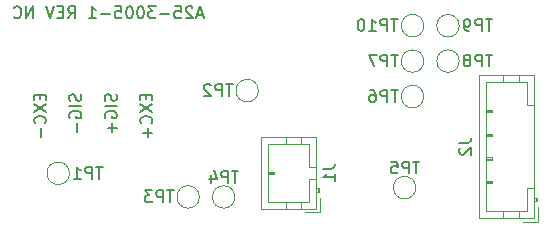
<source format=gbo>
%TF.GenerationSoftware,KiCad,Pcbnew,9.0.7+1*%
%TF.CreationDate,2026-03-09T14:48:53+00:00*%
%TF.ProjectId,Test_5,54657374-5f35-42e6-9b69-6361645f7063,NO_TAG+ (Unreleased)*%
%TF.SameCoordinates,Original*%
%TF.FileFunction,Legend,Bot*%
%TF.FilePolarity,Positive*%
%FSLAX46Y46*%
G04 Gerber Fmt 4.6, Leading zero omitted, Abs format (unit mm)*
G04 Created by KiCad (PCBNEW 9.0.7+1) date 2026-03-09 14:48:53*
%MOMM*%
%LPD*%
G01*
G04 APERTURE LIST*
%ADD10C,0.150000*%
%ADD11C,0.120000*%
G04 APERTURE END LIST*
D10*
X17210839Y17915896D02*
X16734649Y17915896D01*
X17306077Y17630181D02*
X16972744Y18630181D01*
X16972744Y18630181D02*
X16639411Y17630181D01*
X16353696Y18534943D02*
X16306077Y18582562D01*
X16306077Y18582562D02*
X16210839Y18630181D01*
X16210839Y18630181D02*
X15972744Y18630181D01*
X15972744Y18630181D02*
X15877506Y18582562D01*
X15877506Y18582562D02*
X15829887Y18534943D01*
X15829887Y18534943D02*
X15782268Y18439705D01*
X15782268Y18439705D02*
X15782268Y18344467D01*
X15782268Y18344467D02*
X15829887Y18201610D01*
X15829887Y18201610D02*
X16401315Y17630181D01*
X16401315Y17630181D02*
X15782268Y17630181D01*
X14877506Y18630181D02*
X15353696Y18630181D01*
X15353696Y18630181D02*
X15401315Y18153991D01*
X15401315Y18153991D02*
X15353696Y18201610D01*
X15353696Y18201610D02*
X15258458Y18249229D01*
X15258458Y18249229D02*
X15020363Y18249229D01*
X15020363Y18249229D02*
X14925125Y18201610D01*
X14925125Y18201610D02*
X14877506Y18153991D01*
X14877506Y18153991D02*
X14829887Y18058753D01*
X14829887Y18058753D02*
X14829887Y17820658D01*
X14829887Y17820658D02*
X14877506Y17725420D01*
X14877506Y17725420D02*
X14925125Y17677800D01*
X14925125Y17677800D02*
X15020363Y17630181D01*
X15020363Y17630181D02*
X15258458Y17630181D01*
X15258458Y17630181D02*
X15353696Y17677800D01*
X15353696Y17677800D02*
X15401315Y17725420D01*
X14401315Y18011134D02*
X13639411Y18011134D01*
X13258458Y18630181D02*
X12639411Y18630181D01*
X12639411Y18630181D02*
X12972744Y18249229D01*
X12972744Y18249229D02*
X12829887Y18249229D01*
X12829887Y18249229D02*
X12734649Y18201610D01*
X12734649Y18201610D02*
X12687030Y18153991D01*
X12687030Y18153991D02*
X12639411Y18058753D01*
X12639411Y18058753D02*
X12639411Y17820658D01*
X12639411Y17820658D02*
X12687030Y17725420D01*
X12687030Y17725420D02*
X12734649Y17677800D01*
X12734649Y17677800D02*
X12829887Y17630181D01*
X12829887Y17630181D02*
X13115601Y17630181D01*
X13115601Y17630181D02*
X13210839Y17677800D01*
X13210839Y17677800D02*
X13258458Y17725420D01*
X12020363Y18630181D02*
X11925125Y18630181D01*
X11925125Y18630181D02*
X11829887Y18582562D01*
X11829887Y18582562D02*
X11782268Y18534943D01*
X11782268Y18534943D02*
X11734649Y18439705D01*
X11734649Y18439705D02*
X11687030Y18249229D01*
X11687030Y18249229D02*
X11687030Y18011134D01*
X11687030Y18011134D02*
X11734649Y17820658D01*
X11734649Y17820658D02*
X11782268Y17725420D01*
X11782268Y17725420D02*
X11829887Y17677800D01*
X11829887Y17677800D02*
X11925125Y17630181D01*
X11925125Y17630181D02*
X12020363Y17630181D01*
X12020363Y17630181D02*
X12115601Y17677800D01*
X12115601Y17677800D02*
X12163220Y17725420D01*
X12163220Y17725420D02*
X12210839Y17820658D01*
X12210839Y17820658D02*
X12258458Y18011134D01*
X12258458Y18011134D02*
X12258458Y18249229D01*
X12258458Y18249229D02*
X12210839Y18439705D01*
X12210839Y18439705D02*
X12163220Y18534943D01*
X12163220Y18534943D02*
X12115601Y18582562D01*
X12115601Y18582562D02*
X12020363Y18630181D01*
X11067982Y18630181D02*
X10972744Y18630181D01*
X10972744Y18630181D02*
X10877506Y18582562D01*
X10877506Y18582562D02*
X10829887Y18534943D01*
X10829887Y18534943D02*
X10782268Y18439705D01*
X10782268Y18439705D02*
X10734649Y18249229D01*
X10734649Y18249229D02*
X10734649Y18011134D01*
X10734649Y18011134D02*
X10782268Y17820658D01*
X10782268Y17820658D02*
X10829887Y17725420D01*
X10829887Y17725420D02*
X10877506Y17677800D01*
X10877506Y17677800D02*
X10972744Y17630181D01*
X10972744Y17630181D02*
X11067982Y17630181D01*
X11067982Y17630181D02*
X11163220Y17677800D01*
X11163220Y17677800D02*
X11210839Y17725420D01*
X11210839Y17725420D02*
X11258458Y17820658D01*
X11258458Y17820658D02*
X11306077Y18011134D01*
X11306077Y18011134D02*
X11306077Y18249229D01*
X11306077Y18249229D02*
X11258458Y18439705D01*
X11258458Y18439705D02*
X11210839Y18534943D01*
X11210839Y18534943D02*
X11163220Y18582562D01*
X11163220Y18582562D02*
X11067982Y18630181D01*
X9829887Y18630181D02*
X10306077Y18630181D01*
X10306077Y18630181D02*
X10353696Y18153991D01*
X10353696Y18153991D02*
X10306077Y18201610D01*
X10306077Y18201610D02*
X10210839Y18249229D01*
X10210839Y18249229D02*
X9972744Y18249229D01*
X9972744Y18249229D02*
X9877506Y18201610D01*
X9877506Y18201610D02*
X9829887Y18153991D01*
X9829887Y18153991D02*
X9782268Y18058753D01*
X9782268Y18058753D02*
X9782268Y17820658D01*
X9782268Y17820658D02*
X9829887Y17725420D01*
X9829887Y17725420D02*
X9877506Y17677800D01*
X9877506Y17677800D02*
X9972744Y17630181D01*
X9972744Y17630181D02*
X10210839Y17630181D01*
X10210839Y17630181D02*
X10306077Y17677800D01*
X10306077Y17677800D02*
X10353696Y17725420D01*
X9353696Y18011134D02*
X8591792Y18011134D01*
X7591792Y17630181D02*
X8163220Y17630181D01*
X7877506Y17630181D02*
X7877506Y18630181D01*
X7877506Y18630181D02*
X7972744Y18487324D01*
X7972744Y18487324D02*
X8067982Y18392086D01*
X8067982Y18392086D02*
X8163220Y18344467D01*
X5829887Y17630181D02*
X6163220Y18106372D01*
X6401315Y17630181D02*
X6401315Y18630181D01*
X6401315Y18630181D02*
X6020363Y18630181D01*
X6020363Y18630181D02*
X5925125Y18582562D01*
X5925125Y18582562D02*
X5877506Y18534943D01*
X5877506Y18534943D02*
X5829887Y18439705D01*
X5829887Y18439705D02*
X5829887Y18296848D01*
X5829887Y18296848D02*
X5877506Y18201610D01*
X5877506Y18201610D02*
X5925125Y18153991D01*
X5925125Y18153991D02*
X6020363Y18106372D01*
X6020363Y18106372D02*
X6401315Y18106372D01*
X5401315Y18153991D02*
X5067982Y18153991D01*
X4925125Y17630181D02*
X5401315Y17630181D01*
X5401315Y17630181D02*
X5401315Y18630181D01*
X5401315Y18630181D02*
X4925125Y18630181D01*
X4639410Y18630181D02*
X4306077Y17630181D01*
X4306077Y17630181D02*
X3972744Y18630181D01*
X2877505Y17630181D02*
X2877505Y18630181D01*
X2877505Y18630181D02*
X2306077Y17630181D01*
X2306077Y17630181D02*
X2306077Y18630181D01*
X1258458Y17725420D02*
X1306077Y17677800D01*
X1306077Y17677800D02*
X1448934Y17630181D01*
X1448934Y17630181D02*
X1544172Y17630181D01*
X1544172Y17630181D02*
X1687029Y17677800D01*
X1687029Y17677800D02*
X1782267Y17773039D01*
X1782267Y17773039D02*
X1829886Y17868277D01*
X1829886Y17868277D02*
X1877505Y18058753D01*
X1877505Y18058753D02*
X1877505Y18201610D01*
X1877505Y18201610D02*
X1829886Y18392086D01*
X1829886Y18392086D02*
X1782267Y18487324D01*
X1782267Y18487324D02*
X1687029Y18582562D01*
X1687029Y18582562D02*
X1544172Y18630181D01*
X1544172Y18630181D02*
X1448934Y18630181D01*
X1448934Y18630181D02*
X1306077Y18582562D01*
X1306077Y18582562D02*
X1258458Y18534943D01*
X12431009Y11163221D02*
X12431009Y10829888D01*
X12954819Y10687031D02*
X12954819Y11163221D01*
X12954819Y11163221D02*
X11954819Y11163221D01*
X11954819Y11163221D02*
X11954819Y10687031D01*
X11954819Y10353697D02*
X12954819Y9687031D01*
X11954819Y9687031D02*
X12954819Y10353697D01*
X12859580Y8734650D02*
X12907200Y8782269D01*
X12907200Y8782269D02*
X12954819Y8925126D01*
X12954819Y8925126D02*
X12954819Y9020364D01*
X12954819Y9020364D02*
X12907200Y9163221D01*
X12907200Y9163221D02*
X12811961Y9258459D01*
X12811961Y9258459D02*
X12716723Y9306078D01*
X12716723Y9306078D02*
X12526247Y9353697D01*
X12526247Y9353697D02*
X12383390Y9353697D01*
X12383390Y9353697D02*
X12192914Y9306078D01*
X12192914Y9306078D02*
X12097676Y9258459D01*
X12097676Y9258459D02*
X12002438Y9163221D01*
X12002438Y9163221D02*
X11954819Y9020364D01*
X11954819Y9020364D02*
X11954819Y8925126D01*
X11954819Y8925126D02*
X12002438Y8782269D01*
X12002438Y8782269D02*
X12050057Y8734650D01*
X12573866Y8306078D02*
X12573866Y7544173D01*
X12954819Y7925126D02*
X12192914Y7925126D01*
X9907200Y11210840D02*
X9954819Y11067983D01*
X9954819Y11067983D02*
X9954819Y10829888D01*
X9954819Y10829888D02*
X9907200Y10734650D01*
X9907200Y10734650D02*
X9859580Y10687031D01*
X9859580Y10687031D02*
X9764342Y10639412D01*
X9764342Y10639412D02*
X9669104Y10639412D01*
X9669104Y10639412D02*
X9573866Y10687031D01*
X9573866Y10687031D02*
X9526247Y10734650D01*
X9526247Y10734650D02*
X9478628Y10829888D01*
X9478628Y10829888D02*
X9431009Y11020364D01*
X9431009Y11020364D02*
X9383390Y11115602D01*
X9383390Y11115602D02*
X9335771Y11163221D01*
X9335771Y11163221D02*
X9240533Y11210840D01*
X9240533Y11210840D02*
X9145295Y11210840D01*
X9145295Y11210840D02*
X9050057Y11163221D01*
X9050057Y11163221D02*
X9002438Y11115602D01*
X9002438Y11115602D02*
X8954819Y11020364D01*
X8954819Y11020364D02*
X8954819Y10782269D01*
X8954819Y10782269D02*
X9002438Y10639412D01*
X9954819Y10210840D02*
X8954819Y10210840D01*
X9002438Y9210841D02*
X8954819Y9306079D01*
X8954819Y9306079D02*
X8954819Y9448936D01*
X8954819Y9448936D02*
X9002438Y9591793D01*
X9002438Y9591793D02*
X9097676Y9687031D01*
X9097676Y9687031D02*
X9192914Y9734650D01*
X9192914Y9734650D02*
X9383390Y9782269D01*
X9383390Y9782269D02*
X9526247Y9782269D01*
X9526247Y9782269D02*
X9716723Y9734650D01*
X9716723Y9734650D02*
X9811961Y9687031D01*
X9811961Y9687031D02*
X9907200Y9591793D01*
X9907200Y9591793D02*
X9954819Y9448936D01*
X9954819Y9448936D02*
X9954819Y9353698D01*
X9954819Y9353698D02*
X9907200Y9210841D01*
X9907200Y9210841D02*
X9859580Y9163222D01*
X9859580Y9163222D02*
X9526247Y9163222D01*
X9526247Y9163222D02*
X9526247Y9353698D01*
X9573866Y8734650D02*
X9573866Y7972745D01*
X9954819Y8353698D02*
X9192914Y8353698D01*
X6907200Y11210840D02*
X6954819Y11067983D01*
X6954819Y11067983D02*
X6954819Y10829888D01*
X6954819Y10829888D02*
X6907200Y10734650D01*
X6907200Y10734650D02*
X6859580Y10687031D01*
X6859580Y10687031D02*
X6764342Y10639412D01*
X6764342Y10639412D02*
X6669104Y10639412D01*
X6669104Y10639412D02*
X6573866Y10687031D01*
X6573866Y10687031D02*
X6526247Y10734650D01*
X6526247Y10734650D02*
X6478628Y10829888D01*
X6478628Y10829888D02*
X6431009Y11020364D01*
X6431009Y11020364D02*
X6383390Y11115602D01*
X6383390Y11115602D02*
X6335771Y11163221D01*
X6335771Y11163221D02*
X6240533Y11210840D01*
X6240533Y11210840D02*
X6145295Y11210840D01*
X6145295Y11210840D02*
X6050057Y11163221D01*
X6050057Y11163221D02*
X6002438Y11115602D01*
X6002438Y11115602D02*
X5954819Y11020364D01*
X5954819Y11020364D02*
X5954819Y10782269D01*
X5954819Y10782269D02*
X6002438Y10639412D01*
X6954819Y10210840D02*
X5954819Y10210840D01*
X6002438Y9210841D02*
X5954819Y9306079D01*
X5954819Y9306079D02*
X5954819Y9448936D01*
X5954819Y9448936D02*
X6002438Y9591793D01*
X6002438Y9591793D02*
X6097676Y9687031D01*
X6097676Y9687031D02*
X6192914Y9734650D01*
X6192914Y9734650D02*
X6383390Y9782269D01*
X6383390Y9782269D02*
X6526247Y9782269D01*
X6526247Y9782269D02*
X6716723Y9734650D01*
X6716723Y9734650D02*
X6811961Y9687031D01*
X6811961Y9687031D02*
X6907200Y9591793D01*
X6907200Y9591793D02*
X6954819Y9448936D01*
X6954819Y9448936D02*
X6954819Y9353698D01*
X6954819Y9353698D02*
X6907200Y9210841D01*
X6907200Y9210841D02*
X6859580Y9163222D01*
X6859580Y9163222D02*
X6526247Y9163222D01*
X6526247Y9163222D02*
X6526247Y9353698D01*
X6573866Y8734650D02*
X6573866Y7972745D01*
X3431009Y11163221D02*
X3431009Y10829888D01*
X3954819Y10687031D02*
X3954819Y11163221D01*
X3954819Y11163221D02*
X2954819Y11163221D01*
X2954819Y11163221D02*
X2954819Y10687031D01*
X2954819Y10353697D02*
X3954819Y9687031D01*
X2954819Y9687031D02*
X3954819Y10353697D01*
X3859580Y8734650D02*
X3907200Y8782269D01*
X3907200Y8782269D02*
X3954819Y8925126D01*
X3954819Y8925126D02*
X3954819Y9020364D01*
X3954819Y9020364D02*
X3907200Y9163221D01*
X3907200Y9163221D02*
X3811961Y9258459D01*
X3811961Y9258459D02*
X3716723Y9306078D01*
X3716723Y9306078D02*
X3526247Y9353697D01*
X3526247Y9353697D02*
X3383390Y9353697D01*
X3383390Y9353697D02*
X3192914Y9306078D01*
X3192914Y9306078D02*
X3097676Y9258459D01*
X3097676Y9258459D02*
X3002438Y9163221D01*
X3002438Y9163221D02*
X2954819Y9020364D01*
X2954819Y9020364D02*
X2954819Y8925126D01*
X2954819Y8925126D02*
X3002438Y8782269D01*
X3002438Y8782269D02*
X3050057Y8734650D01*
X3573866Y8306078D02*
X3573866Y7544173D01*
X8761904Y5045181D02*
X8190476Y5045181D01*
X8476190Y4045181D02*
X8476190Y5045181D01*
X7857142Y4045181D02*
X7857142Y5045181D01*
X7857142Y5045181D02*
X7476190Y5045181D01*
X7476190Y5045181D02*
X7380952Y4997562D01*
X7380952Y4997562D02*
X7333333Y4949943D01*
X7333333Y4949943D02*
X7285714Y4854705D01*
X7285714Y4854705D02*
X7285714Y4711848D01*
X7285714Y4711848D02*
X7333333Y4616610D01*
X7333333Y4616610D02*
X7380952Y4568991D01*
X7380952Y4568991D02*
X7476190Y4521372D01*
X7476190Y4521372D02*
X7857142Y4521372D01*
X6333333Y4045181D02*
X6904761Y4045181D01*
X6619047Y4045181D02*
X6619047Y5045181D01*
X6619047Y5045181D02*
X6714285Y4902324D01*
X6714285Y4902324D02*
X6809523Y4807086D01*
X6809523Y4807086D02*
X6904761Y4759467D01*
X38954819Y7083334D02*
X39669104Y7083334D01*
X39669104Y7083334D02*
X39811961Y7130953D01*
X39811961Y7130953D02*
X39907200Y7226191D01*
X39907200Y7226191D02*
X39954819Y7369048D01*
X39954819Y7369048D02*
X39954819Y7464286D01*
X39050057Y6654762D02*
X39002438Y6607143D01*
X39002438Y6607143D02*
X38954819Y6511905D01*
X38954819Y6511905D02*
X38954819Y6273810D01*
X38954819Y6273810D02*
X39002438Y6178572D01*
X39002438Y6178572D02*
X39050057Y6130953D01*
X39050057Y6130953D02*
X39145295Y6083334D01*
X39145295Y6083334D02*
X39240533Y6083334D01*
X39240533Y6083334D02*
X39383390Y6130953D01*
X39383390Y6130953D02*
X39954819Y6702381D01*
X39954819Y6702381D02*
X39954819Y6083334D01*
X41761904Y14545181D02*
X41190476Y14545181D01*
X41476190Y13545181D02*
X41476190Y14545181D01*
X40857142Y13545181D02*
X40857142Y14545181D01*
X40857142Y14545181D02*
X40476190Y14545181D01*
X40476190Y14545181D02*
X40380952Y14497562D01*
X40380952Y14497562D02*
X40333333Y14449943D01*
X40333333Y14449943D02*
X40285714Y14354705D01*
X40285714Y14354705D02*
X40285714Y14211848D01*
X40285714Y14211848D02*
X40333333Y14116610D01*
X40333333Y14116610D02*
X40380952Y14068991D01*
X40380952Y14068991D02*
X40476190Y14021372D01*
X40476190Y14021372D02*
X40857142Y14021372D01*
X39714285Y14116610D02*
X39809523Y14164229D01*
X39809523Y14164229D02*
X39857142Y14211848D01*
X39857142Y14211848D02*
X39904761Y14307086D01*
X39904761Y14307086D02*
X39904761Y14354705D01*
X39904761Y14354705D02*
X39857142Y14449943D01*
X39857142Y14449943D02*
X39809523Y14497562D01*
X39809523Y14497562D02*
X39714285Y14545181D01*
X39714285Y14545181D02*
X39523809Y14545181D01*
X39523809Y14545181D02*
X39428571Y14497562D01*
X39428571Y14497562D02*
X39380952Y14449943D01*
X39380952Y14449943D02*
X39333333Y14354705D01*
X39333333Y14354705D02*
X39333333Y14307086D01*
X39333333Y14307086D02*
X39380952Y14211848D01*
X39380952Y14211848D02*
X39428571Y14164229D01*
X39428571Y14164229D02*
X39523809Y14116610D01*
X39523809Y14116610D02*
X39714285Y14116610D01*
X39714285Y14116610D02*
X39809523Y14068991D01*
X39809523Y14068991D02*
X39857142Y14021372D01*
X39857142Y14021372D02*
X39904761Y13926134D01*
X39904761Y13926134D02*
X39904761Y13735658D01*
X39904761Y13735658D02*
X39857142Y13640420D01*
X39857142Y13640420D02*
X39809523Y13592800D01*
X39809523Y13592800D02*
X39714285Y13545181D01*
X39714285Y13545181D02*
X39523809Y13545181D01*
X39523809Y13545181D02*
X39428571Y13592800D01*
X39428571Y13592800D02*
X39380952Y13640420D01*
X39380952Y13640420D02*
X39333333Y13735658D01*
X39333333Y13735658D02*
X39333333Y13926134D01*
X39333333Y13926134D02*
X39380952Y14021372D01*
X39380952Y14021372D02*
X39428571Y14068991D01*
X39428571Y14068991D02*
X39523809Y14116610D01*
X14761904Y3045181D02*
X14190476Y3045181D01*
X14476190Y2045181D02*
X14476190Y3045181D01*
X13857142Y2045181D02*
X13857142Y3045181D01*
X13857142Y3045181D02*
X13476190Y3045181D01*
X13476190Y3045181D02*
X13380952Y2997562D01*
X13380952Y2997562D02*
X13333333Y2949943D01*
X13333333Y2949943D02*
X13285714Y2854705D01*
X13285714Y2854705D02*
X13285714Y2711848D01*
X13285714Y2711848D02*
X13333333Y2616610D01*
X13333333Y2616610D02*
X13380952Y2568991D01*
X13380952Y2568991D02*
X13476190Y2521372D01*
X13476190Y2521372D02*
X13857142Y2521372D01*
X12952380Y3045181D02*
X12333333Y3045181D01*
X12333333Y3045181D02*
X12666666Y2664229D01*
X12666666Y2664229D02*
X12523809Y2664229D01*
X12523809Y2664229D02*
X12428571Y2616610D01*
X12428571Y2616610D02*
X12380952Y2568991D01*
X12380952Y2568991D02*
X12333333Y2473753D01*
X12333333Y2473753D02*
X12333333Y2235658D01*
X12333333Y2235658D02*
X12380952Y2140420D01*
X12380952Y2140420D02*
X12428571Y2092800D01*
X12428571Y2092800D02*
X12523809Y2045181D01*
X12523809Y2045181D02*
X12809523Y2045181D01*
X12809523Y2045181D02*
X12904761Y2092800D01*
X12904761Y2092800D02*
X12952380Y2140420D01*
X33738094Y17545181D02*
X33166666Y17545181D01*
X33452380Y16545181D02*
X33452380Y17545181D01*
X32833332Y16545181D02*
X32833332Y17545181D01*
X32833332Y17545181D02*
X32452380Y17545181D01*
X32452380Y17545181D02*
X32357142Y17497562D01*
X32357142Y17497562D02*
X32309523Y17449943D01*
X32309523Y17449943D02*
X32261904Y17354705D01*
X32261904Y17354705D02*
X32261904Y17211848D01*
X32261904Y17211848D02*
X32309523Y17116610D01*
X32309523Y17116610D02*
X32357142Y17068991D01*
X32357142Y17068991D02*
X32452380Y17021372D01*
X32452380Y17021372D02*
X32833332Y17021372D01*
X31309523Y16545181D02*
X31880951Y16545181D01*
X31595237Y16545181D02*
X31595237Y17545181D01*
X31595237Y17545181D02*
X31690475Y17402324D01*
X31690475Y17402324D02*
X31785713Y17307086D01*
X31785713Y17307086D02*
X31880951Y17259467D01*
X30690475Y17545181D02*
X30595237Y17545181D01*
X30595237Y17545181D02*
X30499999Y17497562D01*
X30499999Y17497562D02*
X30452380Y17449943D01*
X30452380Y17449943D02*
X30404761Y17354705D01*
X30404761Y17354705D02*
X30357142Y17164229D01*
X30357142Y17164229D02*
X30357142Y16926134D01*
X30357142Y16926134D02*
X30404761Y16735658D01*
X30404761Y16735658D02*
X30452380Y16640420D01*
X30452380Y16640420D02*
X30499999Y16592800D01*
X30499999Y16592800D02*
X30595237Y16545181D01*
X30595237Y16545181D02*
X30690475Y16545181D01*
X30690475Y16545181D02*
X30785713Y16592800D01*
X30785713Y16592800D02*
X30833332Y16640420D01*
X30833332Y16640420D02*
X30880951Y16735658D01*
X30880951Y16735658D02*
X30928570Y16926134D01*
X30928570Y16926134D02*
X30928570Y17164229D01*
X30928570Y17164229D02*
X30880951Y17354705D01*
X30880951Y17354705D02*
X30833332Y17449943D01*
X30833332Y17449943D02*
X30785713Y17497562D01*
X30785713Y17497562D02*
X30690475Y17545181D01*
X33761904Y14545181D02*
X33190476Y14545181D01*
X33476190Y13545181D02*
X33476190Y14545181D01*
X32857142Y13545181D02*
X32857142Y14545181D01*
X32857142Y14545181D02*
X32476190Y14545181D01*
X32476190Y14545181D02*
X32380952Y14497562D01*
X32380952Y14497562D02*
X32333333Y14449943D01*
X32333333Y14449943D02*
X32285714Y14354705D01*
X32285714Y14354705D02*
X32285714Y14211848D01*
X32285714Y14211848D02*
X32333333Y14116610D01*
X32333333Y14116610D02*
X32380952Y14068991D01*
X32380952Y14068991D02*
X32476190Y14021372D01*
X32476190Y14021372D02*
X32857142Y14021372D01*
X31952380Y14545181D02*
X31285714Y14545181D01*
X31285714Y14545181D02*
X31714285Y13545181D01*
X33761904Y11545181D02*
X33190476Y11545181D01*
X33476190Y10545181D02*
X33476190Y11545181D01*
X32857142Y10545181D02*
X32857142Y11545181D01*
X32857142Y11545181D02*
X32476190Y11545181D01*
X32476190Y11545181D02*
X32380952Y11497562D01*
X32380952Y11497562D02*
X32333333Y11449943D01*
X32333333Y11449943D02*
X32285714Y11354705D01*
X32285714Y11354705D02*
X32285714Y11211848D01*
X32285714Y11211848D02*
X32333333Y11116610D01*
X32333333Y11116610D02*
X32380952Y11068991D01*
X32380952Y11068991D02*
X32476190Y11021372D01*
X32476190Y11021372D02*
X32857142Y11021372D01*
X31428571Y11545181D02*
X31619047Y11545181D01*
X31619047Y11545181D02*
X31714285Y11497562D01*
X31714285Y11497562D02*
X31761904Y11449943D01*
X31761904Y11449943D02*
X31857142Y11307086D01*
X31857142Y11307086D02*
X31904761Y11116610D01*
X31904761Y11116610D02*
X31904761Y10735658D01*
X31904761Y10735658D02*
X31857142Y10640420D01*
X31857142Y10640420D02*
X31809523Y10592800D01*
X31809523Y10592800D02*
X31714285Y10545181D01*
X31714285Y10545181D02*
X31523809Y10545181D01*
X31523809Y10545181D02*
X31428571Y10592800D01*
X31428571Y10592800D02*
X31380952Y10640420D01*
X31380952Y10640420D02*
X31333333Y10735658D01*
X31333333Y10735658D02*
X31333333Y10973753D01*
X31333333Y10973753D02*
X31380952Y11068991D01*
X31380952Y11068991D02*
X31428571Y11116610D01*
X31428571Y11116610D02*
X31523809Y11164229D01*
X31523809Y11164229D02*
X31714285Y11164229D01*
X31714285Y11164229D02*
X31809523Y11116610D01*
X31809523Y11116610D02*
X31857142Y11068991D01*
X31857142Y11068991D02*
X31904761Y10973753D01*
X41761904Y17545181D02*
X41190476Y17545181D01*
X41476190Y16545181D02*
X41476190Y17545181D01*
X40857142Y16545181D02*
X40857142Y17545181D01*
X40857142Y17545181D02*
X40476190Y17545181D01*
X40476190Y17545181D02*
X40380952Y17497562D01*
X40380952Y17497562D02*
X40333333Y17449943D01*
X40333333Y17449943D02*
X40285714Y17354705D01*
X40285714Y17354705D02*
X40285714Y17211848D01*
X40285714Y17211848D02*
X40333333Y17116610D01*
X40333333Y17116610D02*
X40380952Y17068991D01*
X40380952Y17068991D02*
X40476190Y17021372D01*
X40476190Y17021372D02*
X40857142Y17021372D01*
X39809523Y16545181D02*
X39619047Y16545181D01*
X39619047Y16545181D02*
X39523809Y16592800D01*
X39523809Y16592800D02*
X39476190Y16640420D01*
X39476190Y16640420D02*
X39380952Y16783277D01*
X39380952Y16783277D02*
X39333333Y16973753D01*
X39333333Y16973753D02*
X39333333Y17354705D01*
X39333333Y17354705D02*
X39380952Y17449943D01*
X39380952Y17449943D02*
X39428571Y17497562D01*
X39428571Y17497562D02*
X39523809Y17545181D01*
X39523809Y17545181D02*
X39714285Y17545181D01*
X39714285Y17545181D02*
X39809523Y17497562D01*
X39809523Y17497562D02*
X39857142Y17449943D01*
X39857142Y17449943D02*
X39904761Y17354705D01*
X39904761Y17354705D02*
X39904761Y17116610D01*
X39904761Y17116610D02*
X39857142Y17021372D01*
X39857142Y17021372D02*
X39809523Y16973753D01*
X39809523Y16973753D02*
X39714285Y16926134D01*
X39714285Y16926134D02*
X39523809Y16926134D01*
X39523809Y16926134D02*
X39428571Y16973753D01*
X39428571Y16973753D02*
X39380952Y17021372D01*
X39380952Y17021372D02*
X39333333Y17116610D01*
X19761904Y12045181D02*
X19190476Y12045181D01*
X19476190Y11045181D02*
X19476190Y12045181D01*
X18857142Y11045181D02*
X18857142Y12045181D01*
X18857142Y12045181D02*
X18476190Y12045181D01*
X18476190Y12045181D02*
X18380952Y11997562D01*
X18380952Y11997562D02*
X18333333Y11949943D01*
X18333333Y11949943D02*
X18285714Y11854705D01*
X18285714Y11854705D02*
X18285714Y11711848D01*
X18285714Y11711848D02*
X18333333Y11616610D01*
X18333333Y11616610D02*
X18380952Y11568991D01*
X18380952Y11568991D02*
X18476190Y11521372D01*
X18476190Y11521372D02*
X18857142Y11521372D01*
X17904761Y11949943D02*
X17857142Y11997562D01*
X17857142Y11997562D02*
X17761904Y12045181D01*
X17761904Y12045181D02*
X17523809Y12045181D01*
X17523809Y12045181D02*
X17428571Y11997562D01*
X17428571Y11997562D02*
X17380952Y11949943D01*
X17380952Y11949943D02*
X17333333Y11854705D01*
X17333333Y11854705D02*
X17333333Y11759467D01*
X17333333Y11759467D02*
X17380952Y11616610D01*
X17380952Y11616610D02*
X17952380Y11045181D01*
X17952380Y11045181D02*
X17333333Y11045181D01*
X20261904Y4693181D02*
X19690476Y4693181D01*
X19976190Y3693181D02*
X19976190Y4693181D01*
X19357142Y3693181D02*
X19357142Y4693181D01*
X19357142Y4693181D02*
X18976190Y4693181D01*
X18976190Y4693181D02*
X18880952Y4645562D01*
X18880952Y4645562D02*
X18833333Y4597943D01*
X18833333Y4597943D02*
X18785714Y4502705D01*
X18785714Y4502705D02*
X18785714Y4359848D01*
X18785714Y4359848D02*
X18833333Y4264610D01*
X18833333Y4264610D02*
X18880952Y4216991D01*
X18880952Y4216991D02*
X18976190Y4169372D01*
X18976190Y4169372D02*
X19357142Y4169372D01*
X17928571Y4359848D02*
X17928571Y3693181D01*
X18166666Y4740800D02*
X18404761Y4026515D01*
X18404761Y4026515D02*
X17785714Y4026515D01*
X27404819Y4883334D02*
X28119104Y4883334D01*
X28119104Y4883334D02*
X28261961Y4930953D01*
X28261961Y4930953D02*
X28357200Y5026191D01*
X28357200Y5026191D02*
X28404819Y5169048D01*
X28404819Y5169048D02*
X28404819Y5264286D01*
X28404819Y3883334D02*
X28404819Y4454762D01*
X28404819Y4169048D02*
X27404819Y4169048D01*
X27404819Y4169048D02*
X27547676Y4264286D01*
X27547676Y4264286D02*
X27642914Y4359524D01*
X27642914Y4359524D02*
X27690533Y4454762D01*
X35586701Y5484951D02*
X35015273Y5484951D01*
X35300987Y4484951D02*
X35300987Y5484951D01*
X34681939Y4484951D02*
X34681939Y5484951D01*
X34681939Y5484951D02*
X34300987Y5484951D01*
X34300987Y5484951D02*
X34205749Y5437332D01*
X34205749Y5437332D02*
X34158130Y5389713D01*
X34158130Y5389713D02*
X34110511Y5294475D01*
X34110511Y5294475D02*
X34110511Y5151618D01*
X34110511Y5151618D02*
X34158130Y5056380D01*
X34158130Y5056380D02*
X34205749Y5008761D01*
X34205749Y5008761D02*
X34300987Y4961142D01*
X34300987Y4961142D02*
X34681939Y4961142D01*
X33205749Y5484951D02*
X33681939Y5484951D01*
X33681939Y5484951D02*
X33729558Y5008761D01*
X33729558Y5008761D02*
X33681939Y5056380D01*
X33681939Y5056380D02*
X33586701Y5103999D01*
X33586701Y5103999D02*
X33348606Y5103999D01*
X33348606Y5103999D02*
X33253368Y5056380D01*
X33253368Y5056380D02*
X33205749Y5008761D01*
X33205749Y5008761D02*
X33158130Y4913523D01*
X33158130Y4913523D02*
X33158130Y4675428D01*
X33158130Y4675428D02*
X33205749Y4580190D01*
X33205749Y4580190D02*
X33253368Y4532570D01*
X33253368Y4532570D02*
X33348606Y4484951D01*
X33348606Y4484951D02*
X33586701Y4484951D01*
X33586701Y4484951D02*
X33681939Y4532570D01*
X33681939Y4532570D02*
X33729558Y4580190D01*
D11*
%TO.C,TP1*%
X5950000Y4500000D02*
G75*
G02*
X4050000Y4500000I-950000J0D01*
G01*
X4050000Y4500000D02*
G75*
G02*
X5950000Y4500000I950000J0D01*
G01*
%TO.C,J2*%
X41200000Y12200000D02*
X44700000Y12200000D01*
X41200000Y9750000D02*
X41700000Y9750000D01*
X41200000Y9650000D02*
X41700000Y9650000D01*
X41200000Y7750000D02*
X41700000Y7750000D01*
X41200000Y7650000D02*
X41700000Y7650000D01*
X41200000Y5750000D02*
X41700000Y5750000D01*
X41200000Y5650000D02*
X41700000Y5650000D01*
X41200000Y3750000D02*
X41700000Y3750000D01*
X41200000Y3650000D02*
X41700000Y3650000D01*
X41200000Y1300000D02*
X41200000Y12200000D01*
X41700000Y9850000D02*
X41200000Y9850000D01*
X41700000Y9650000D02*
X41700000Y9850000D01*
X41700000Y7850000D02*
X41200000Y7850000D01*
X41700000Y7650000D02*
X41700000Y7850000D01*
X41700000Y5850000D02*
X41200000Y5850000D01*
X41700000Y5650000D02*
X41700000Y5850000D01*
X41700000Y3850000D02*
X41200000Y3850000D01*
X41700000Y3650000D02*
X41700000Y3850000D01*
X42700000Y12810000D02*
X42700000Y12200000D01*
X42700000Y690000D02*
X42700000Y1300000D01*
X44000000Y12810000D02*
X44000000Y12200000D01*
X44000000Y690000D02*
X44000000Y1300000D01*
X44700000Y12200000D02*
X44700000Y10250000D01*
X44700000Y10250000D02*
X45310000Y10250000D01*
X44700000Y3250000D02*
X44700000Y1300000D01*
X44700000Y1300000D02*
X41200000Y1300000D01*
X45310000Y3250000D02*
X44700000Y3250000D01*
X45310000Y2450000D02*
X45510000Y2450000D01*
X45410000Y2450000D02*
X45410000Y2150000D01*
X45510000Y2450000D02*
X45510000Y2150000D01*
X45510000Y2150000D02*
X45310000Y2150000D01*
X45610000Y1640000D02*
X45610000Y390000D01*
X45610000Y390000D02*
X44360000Y390000D01*
X45310000Y690000D02*
X40590000Y690000D01*
X40590000Y12810000D01*
X45310000Y12810000D01*
X45310000Y690000D01*
%TO.C,TP8*%
X38950000Y14000000D02*
G75*
G02*
X37050000Y14000000I-950000J0D01*
G01*
X37050000Y14000000D02*
G75*
G02*
X38950000Y14000000I950000J0D01*
G01*
%TO.C,TP3*%
X16950000Y2500000D02*
G75*
G02*
X15050000Y2500000I-950000J0D01*
G01*
X15050000Y2500000D02*
G75*
G02*
X16950000Y2500000I950000J0D01*
G01*
%TO.C,TP10*%
X35950000Y17000000D02*
G75*
G02*
X34050000Y17000000I-950000J0D01*
G01*
X34050000Y17000000D02*
G75*
G02*
X35950000Y17000000I950000J0D01*
G01*
%TO.C,TP7*%
X35950000Y14000000D02*
G75*
G02*
X34050000Y14000000I-950000J0D01*
G01*
X34050000Y14000000D02*
G75*
G02*
X35950000Y14000000I950000J0D01*
G01*
%TO.C,TP6*%
X35950000Y11000000D02*
G75*
G02*
X34050000Y11000000I-950000J0D01*
G01*
X34050000Y11000000D02*
G75*
G02*
X35950000Y11000000I950000J0D01*
G01*
%TO.C,TP9*%
X38950000Y17000000D02*
G75*
G02*
X37050000Y17000000I-950000J0D01*
G01*
X37050000Y17000000D02*
G75*
G02*
X38950000Y17000000I950000J0D01*
G01*
%TO.C,TP2*%
X21950000Y11500000D02*
G75*
G02*
X20050000Y11500000I-950000J0D01*
G01*
X20050000Y11500000D02*
G75*
G02*
X21950000Y11500000I950000J0D01*
G01*
%TO.C,TP4*%
X19950000Y2500000D02*
G75*
G02*
X18050000Y2500000I-950000J0D01*
G01*
X18050000Y2500000D02*
G75*
G02*
X19950000Y2500000I950000J0D01*
G01*
%TO.C,J1*%
X22750000Y7000000D02*
X26250000Y7000000D01*
X22750000Y4550000D02*
X23250000Y4550000D01*
X22750000Y4450000D02*
X23250000Y4450000D01*
X22750000Y2100000D02*
X22750000Y7000000D01*
X23250000Y4650000D02*
X22750000Y4650000D01*
X23250000Y4450000D02*
X23250000Y4650000D01*
X24250000Y7610000D02*
X24250000Y7000000D01*
X24250000Y1490000D02*
X24250000Y2100000D01*
X25550000Y7610000D02*
X25550000Y7000000D01*
X25550000Y1490000D02*
X25550000Y2100000D01*
X26250000Y7000000D02*
X26250000Y5050000D01*
X26250000Y5050000D02*
X26860000Y5050000D01*
X26250000Y4050000D02*
X26250000Y2100000D01*
X26250000Y2100000D02*
X22750000Y2100000D01*
X26860000Y4050000D02*
X26250000Y4050000D01*
X26860000Y3250000D02*
X27060000Y3250000D01*
X26960000Y3250000D02*
X26960000Y2950000D01*
X27060000Y3250000D02*
X27060000Y2950000D01*
X27060000Y2950000D02*
X26860000Y2950000D01*
X27160000Y2440000D02*
X27160000Y1190000D01*
X27160000Y1190000D02*
X25910000Y1190000D01*
X26860000Y1490000D02*
X22140000Y1490000D01*
X22140000Y7610000D01*
X26860000Y7610000D01*
X26860000Y1490000D01*
%TO.C,TP5*%
X35274797Y3291770D02*
G75*
G02*
X33374797Y3291770I-950000J0D01*
G01*
X33374797Y3291770D02*
G75*
G02*
X35274797Y3291770I950000J0D01*
G01*
%TD*%
M02*

</source>
